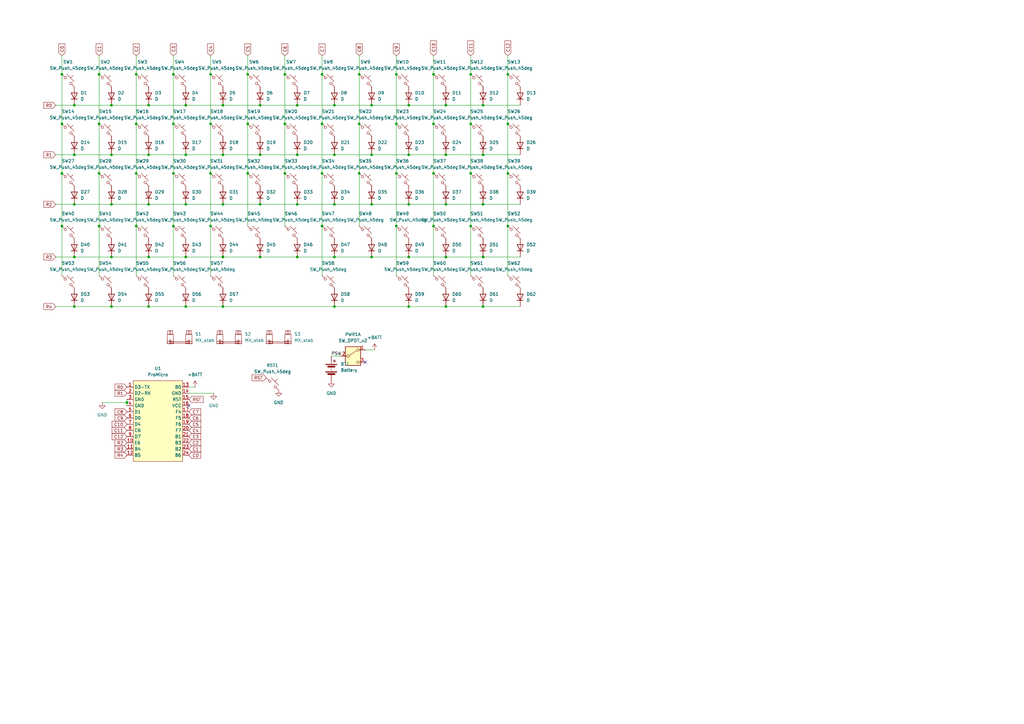
<source format=kicad_sch>
(kicad_sch (version 20231120) (generator "eeschema") (generator_version "8.0")
  (paper "A3")
  (junction (at 121.92 63.5))
  (junction (at 25.4 92.71))
  (junction (at 167.64 83.82))
  (junction (at 193.04 71.12))
  (junction (at 101.6 71.12))
  (junction (at 152.4 43.18))
  (junction (at 86.36 30.48))
  (junction (at 167.64 125.73))
  (junction (at 45.72 83.82))
  (junction (at 76.2 125.73))
  (junction (at 60.96 63.5))
  (junction (at 208.28 71.12))
  (junction (at 137.16 63.5))
  (junction (at 193.04 92.71))
  (junction (at 182.88 83.82))
  (junction (at 147.32 71.12))
  (junction (at 40.64 30.48))
  (junction (at 76.2 105.41))
  (junction (at 132.08 50.8))
  (junction (at 106.68 63.5))
  (junction (at 116.84 30.48))
  (junction (at 198.12 63.5))
  (junction (at 177.8 30.48))
  (junction (at 137.16 125.73))
  (junction (at 177.8 71.12))
  (junction (at 30.48 43.18))
  (junction (at 25.4 30.48))
  (junction (at 55.88 92.71))
  (junction (at 208.28 30.48))
  (junction (at 40.64 71.12))
  (junction (at 60.96 43.18))
  (junction (at 137.16 83.82))
  (junction (at 208.28 92.71))
  (junction (at 86.36 50.8))
  (junction (at 162.56 30.48))
  (junction (at 86.36 71.12))
  (junction (at 182.88 105.41))
  (junction (at 162.56 92.71))
  (junction (at 40.64 50.8))
  (junction (at 198.12 125.73))
  (junction (at 86.36 92.71))
  (junction (at 152.4 63.5))
  (junction (at 121.92 105.41))
  (junction (at 30.48 105.41))
  (junction (at 60.96 83.82))
  (junction (at 132.08 30.48))
  (junction (at 45.72 105.41))
  (junction (at 45.72 43.18))
  (junction (at 106.68 105.41))
  (junction (at 76.2 43.18))
  (junction (at 208.28 50.8))
  (junction (at 71.12 71.12))
  (junction (at 52.07 165.1))
  (junction (at 152.4 83.82))
  (junction (at 121.92 43.18))
  (junction (at 132.08 71.12))
  (junction (at 76.2 83.82))
  (junction (at 198.12 83.82))
  (junction (at 182.88 125.73))
  (junction (at 167.64 105.41))
  (junction (at 101.6 50.8))
  (junction (at 167.64 43.18))
  (junction (at 40.64 92.71))
  (junction (at 167.64 63.5))
  (junction (at 132.08 92.71))
  (junction (at 45.72 125.73))
  (junction (at 182.88 63.5))
  (junction (at 45.72 63.5))
  (junction (at 116.84 50.8))
  (junction (at 177.8 92.71))
  (junction (at 152.4 105.41))
  (junction (at 147.32 50.8))
  (junction (at 162.56 50.8))
  (junction (at 30.48 83.82))
  (junction (at 198.12 105.41))
  (junction (at 91.44 105.41))
  (junction (at 91.44 43.18))
  (junction (at 55.88 71.12))
  (junction (at 71.12 92.71))
  (junction (at 182.88 43.18))
  (junction (at 137.16 43.18))
  (junction (at 25.4 50.8))
  (junction (at 106.68 83.82))
  (junction (at 193.04 50.8))
  (junction (at 25.4 71.12))
  (junction (at 198.12 43.18))
  (junction (at 121.92 83.82))
  (junction (at 137.16 105.41))
  (junction (at 91.44 63.5))
  (junction (at 177.8 50.8))
  (junction (at 71.12 30.48))
  (junction (at 106.68 43.18))
  (junction (at 71.12 50.8))
  (junction (at 193.04 30.48))
  (junction (at 60.96 105.41))
  (junction (at 91.44 125.73))
  (junction (at 55.88 50.8))
  (junction (at 60.96 125.73))
  (junction (at 30.48 125.73))
  (junction (at 55.88 30.48))
  (junction (at 91.44 83.82))
  (junction (at 147.32 30.48))
  (junction (at 30.48 63.5))
  (junction (at 101.6 30.48))
  (junction (at 162.56 71.12))
  (junction (at 76.2 63.5))
  (junction (at 116.84 71.12))
  (no_connect (at 149.86 148.59))
  (no_connect (at 77.47 166.37))
  (wire (pts (xy 86.36 92.71) (xy 86.36 113.03)))
  (wire (pts (xy 25.4 30.48) (xy 25.4 50.8)))
  (wire (pts (xy 208.28 71.12) (xy 208.28 92.71)))
  (wire (pts (xy 121.92 63.5) (xy 137.16 63.5)))
  (wire (pts (xy 22.86 105.41) (xy 30.48 105.41)))
  (wire (pts (xy 147.32 22.86) (xy 147.32 30.48)))
  (wire (pts (xy 152.4 105.41) (xy 167.64 105.41)))
  (wire (pts (xy 52.07 165.1) (xy 52.07 166.37)))
  (wire (pts (xy 45.72 83.82) (xy 60.96 83.82)))
  (wire (pts (xy 137.16 83.82) (xy 152.4 83.82)))
  (wire (pts (xy 137.16 63.5) (xy 152.4 63.5)))
  (wire (pts (xy 76.2 63.5) (xy 91.44 63.5)))
  (wire (pts (xy 182.88 43.18) (xy 198.12 43.18)))
  (wire (pts (xy 167.64 105.41) (xy 182.88 105.41)))
  (wire (pts (xy 121.92 43.18) (xy 137.16 43.18)))
  (wire (pts (xy 101.6 30.48) (xy 101.6 50.8)))
  (wire (pts (xy 177.8 22.86) (xy 177.8 30.48)))
  (wire (pts (xy 71.12 30.48) (xy 71.12 50.8)))
  (wire (pts (xy 198.12 63.5) (xy 213.36 63.5)))
  (wire (pts (xy 55.88 22.86) (xy 55.88 30.48)))
  (wire (pts (xy 162.56 92.71) (xy 162.56 113.03)))
  (wire (pts (xy 91.44 63.5) (xy 106.68 63.5)))
  (wire (pts (xy 40.64 92.71) (xy 40.64 113.03)))
  (wire (pts (xy 152.4 43.18) (xy 167.64 43.18)))
  (wire (pts (xy 162.56 71.12) (xy 162.56 92.71)))
  (wire (pts (xy 116.84 71.12) (xy 116.84 92.71)))
  (wire (pts (xy 167.64 125.73) (xy 182.88 125.73)))
  (wire (pts (xy 147.32 30.48) (xy 147.32 50.8)))
  (wire (pts (xy 132.08 92.71) (xy 132.08 113.03)))
  (wire (pts (xy 137.16 43.18) (xy 152.4 43.18)))
  (wire (pts (xy 198.12 125.73) (xy 213.36 125.73)))
  (wire (pts (xy 22.86 63.5) (xy 30.48 63.5)))
  (wire (pts (xy 86.36 50.8) (xy 86.36 71.12)))
  (wire (pts (xy 55.88 71.12) (xy 55.88 92.71)))
  (wire (pts (xy 198.12 83.82) (xy 213.36 83.82)))
  (wire (pts (xy 91.44 125.73) (xy 137.16 125.73)))
  (wire (pts (xy 86.36 22.86) (xy 86.36 30.48)))
  (wire (pts (xy 60.96 105.41) (xy 76.2 105.41)))
  (wire (pts (xy 91.44 83.82) (xy 106.68 83.82)))
  (wire (pts (xy 193.04 71.12) (xy 193.04 92.71)))
  (wire (pts (xy 121.92 83.82) (xy 137.16 83.82)))
  (wire (pts (xy 106.68 83.82) (xy 121.92 83.82)))
  (wire (pts (xy 132.08 22.86) (xy 132.08 30.48)))
  (wire (pts (xy 182.88 125.73) (xy 198.12 125.73)))
  (wire (pts (xy 40.64 71.12) (xy 40.64 92.71)))
  (wire (pts (xy 177.8 50.8) (xy 177.8 71.12)))
  (wire (pts (xy 101.6 50.8) (xy 101.6 71.12)))
  (wire (pts (xy 45.72 63.5) (xy 60.96 63.5)))
  (wire (pts (xy 152.4 63.5) (xy 167.64 63.5)))
  (wire (pts (xy 30.48 125.73) (xy 45.72 125.73)))
  (wire (pts (xy 25.4 71.12) (xy 25.4 92.71)))
  (wire (pts (xy 182.88 83.82) (xy 198.12 83.82)))
  (wire (pts (xy 45.72 125.73) (xy 60.96 125.73)))
  (wire (pts (xy 167.64 43.18) (xy 182.88 43.18)))
  (wire (pts (xy 162.56 22.86) (xy 162.56 30.48)))
  (wire (pts (xy 76.2 125.73) (xy 91.44 125.73)))
  (wire (pts (xy 22.86 83.82) (xy 30.48 83.82)))
  (wire (pts (xy 147.32 50.8) (xy 147.32 71.12)))
  (wire (pts (xy 132.08 50.8) (xy 132.08 71.12)))
  (wire (pts (xy 91.44 105.41) (xy 106.68 105.41)))
  (wire (pts (xy 132.08 30.48) (xy 132.08 50.8)))
  (wire (pts (xy 76.2 105.41) (xy 91.44 105.41)))
  (wire (pts (xy 137.16 105.41) (xy 152.4 105.41)))
  (wire (pts (xy 116.84 50.8) (xy 116.84 71.12)))
  (wire (pts (xy 177.8 71.12) (xy 177.8 92.71)))
  (wire (pts (xy 77.47 158.75) (xy 80.01 158.75)))
  (wire (pts (xy 40.64 22.86) (xy 40.64 30.48)))
  (wire (pts (xy 30.48 83.82) (xy 45.72 83.82)))
  (wire (pts (xy 116.84 22.86) (xy 116.84 30.48)))
  (wire (pts (xy 76.2 43.18) (xy 91.44 43.18)))
  (wire (pts (xy 137.16 125.73) (xy 167.64 125.73)))
  (wire (pts (xy 182.88 105.41) (xy 198.12 105.41)))
  (wire (pts (xy 55.88 92.71) (xy 55.88 113.03)))
  (wire (pts (xy 162.56 50.8) (xy 162.56 71.12)))
  (wire (pts (xy 177.8 92.71) (xy 177.8 113.03)))
  (wire (pts (xy 116.84 30.48) (xy 116.84 50.8)))
  (wire (pts (xy 208.28 22.86) (xy 208.28 30.48)))
  (wire (pts (xy 91.44 43.18) (xy 106.68 43.18)))
  (wire (pts (xy 52.07 163.83) (xy 52.07 165.1)))
  (wire (pts (xy 208.28 92.71) (xy 208.28 113.03)))
  (wire (pts (xy 208.28 30.48) (xy 208.28 50.8)))
  (wire (pts (xy 153.67 143.51) (xy 149.86 143.51)))
  (wire (pts (xy 77.47 161.29) (xy 87.63 161.29)))
  (wire (pts (xy 60.96 83.82) (xy 76.2 83.82)))
  (wire (pts (xy 40.64 50.8) (xy 40.64 71.12)))
  (wire (pts (xy 25.4 22.86) (xy 25.4 30.48)))
  (wire (pts (xy 177.8 30.48) (xy 177.8 50.8)))
  (wire (pts (xy 25.4 50.8) (xy 25.4 71.12)))
  (wire (pts (xy 71.12 92.71) (xy 71.12 113.03)))
  (wire (pts (xy 41.91 165.1) (xy 52.07 165.1)))
  (wire (pts (xy 106.68 63.5) (xy 121.92 63.5)))
  (wire (pts (xy 106.68 105.41) (xy 121.92 105.41)))
  (wire (pts (xy 86.36 30.48) (xy 86.36 50.8)))
  (wire (pts (xy 71.12 50.8) (xy 71.12 71.12)))
  (wire (pts (xy 167.64 83.82) (xy 182.88 83.82)))
  (wire (pts (xy 60.96 125.73) (xy 76.2 125.73)))
  (wire (pts (xy 193.04 30.48) (xy 193.04 50.8)))
  (wire (pts (xy 25.4 92.71) (xy 25.4 113.03)))
  (wire (pts (xy 182.88 63.5) (xy 198.12 63.5)))
  (wire (pts (xy 101.6 22.86) (xy 101.6 30.48)))
  (wire (pts (xy 45.72 43.18) (xy 60.96 43.18)))
  (wire (pts (xy 198.12 105.41) (xy 213.36 105.41)))
  (wire (pts (xy 162.56 30.48) (xy 162.56 50.8)))
  (wire (pts (xy 30.48 43.18) (xy 45.72 43.18)))
  (wire (pts (xy 55.88 50.8) (xy 55.88 71.12)))
  (wire (pts (xy 167.64 63.5) (xy 182.88 63.5)))
  (wire (pts (xy 147.32 71.12) (xy 147.32 92.71)))
  (wire (pts (xy 55.88 30.48) (xy 55.88 50.8)))
  (wire (pts (xy 208.28 50.8) (xy 208.28 71.12)))
  (wire (pts (xy 71.12 22.86) (xy 71.12 30.48)))
  (wire (pts (xy 106.68 43.18) (xy 121.92 43.18)))
  (wire (pts (xy 22.86 125.73) (xy 30.48 125.73)))
  (wire (pts (xy 86.36 71.12) (xy 86.36 92.71)))
  (wire (pts (xy 45.72 105.41) (xy 60.96 105.41)))
  (wire (pts (xy 132.08 71.12) (xy 132.08 92.71)))
  (wire (pts (xy 40.64 30.48) (xy 40.64 50.8)))
  (wire (pts (xy 60.96 63.5) (xy 76.2 63.5)))
  (wire (pts (xy 71.12 71.12) (xy 71.12 92.71)))
  (wire (pts (xy 30.48 105.41) (xy 45.72 105.41)))
  (wire (pts (xy 60.96 43.18) (xy 76.2 43.18)))
  (wire (pts (xy 193.04 92.71) (xy 193.04 113.03)))
  (wire (pts (xy 193.04 50.8) (xy 193.04 71.12)))
  (wire (pts (xy 101.6 71.12) (xy 101.6 92.71)))
  (wire (pts (xy 193.04 22.86) (xy 193.04 30.48)))
  (wire (pts (xy 135.89 146.05) (xy 139.7 146.05)))
  (wire (pts (xy 198.12 43.18) (xy 213.36 43.18)))
  (wire (pts (xy 121.92 105.41) (xy 137.16 105.41)))
  (wire (pts (xy 152.4 83.82) (xy 167.64 83.82)))
  (wire (pts (xy 30.48 63.5) (xy 45.72 63.5)))
  (wire (pts (xy 22.86 43.18) (xy 30.48 43.18)))
  (wire (pts (xy 76.2 83.82) (xy 91.44 83.82)))
  (label "PSW" (at 135.89 146.05 0))
  (global_label "R3" (shape input) (at 52.07 184.15 180) (property "Intersheetrefs" "${INTERSHEET_REFS}" (effects (hide yes))))
  (global_label "C8" (shape input) (at 52.07 168.91 180) (property "Intersheetrefs" "${INTERSHEET_REFS}" (effects (hide yes))))
  (global_label "R3" (shape input) (at 22.86 105.41 180) (property "Intersheetrefs" "${INTERSHEET_REFS}" (effects (hide yes))))
  (global_label "C12" (shape input) (at 52.07 179.07 180) (property "Intersheetrefs" "${INTERSHEET_REFS}" (effects (hide yes))))
  (global_label "R4" (shape input) (at 22.86 125.73 180) (property "Intersheetrefs" "${INTERSHEET_REFS}" (effects (hide yes))))
  (global_label "C5" (shape input) (at 77.47 173.99 0) (property "Intersheetrefs" "${INTERSHEET_REFS}" (effects (hide yes))))
  (global_label "R2" (shape input) (at 52.07 181.61 180) (property "Intersheetrefs" "${INTERSHEET_REFS}" (effects (hide yes))))
  (global_label "R0" (shape input) (at 22.86 43.18 180) (property "Intersheetrefs" "${INTERSHEET_REFS}" (effects (hide yes))))
  (global_label "C5" (shape input) (at 101.6 22.86 90) (property "Intersheetrefs" "${INTERSHEET_REFS}" (effects (hide yes))))
  (global_label "R1" (shape input) (at 22.86 63.5 180) (property "Intersheetrefs" "${INTERSHEET_REFS}" (effects (hide yes))))
  (global_label "C1" (shape input) (at 77.47 184.15 0) (property "Intersheetrefs" "${INTERSHEET_REFS}" (effects (hide yes))))
  (global_label "C12" (shape input) (at 208.28 22.86 90) (property "Intersheetrefs" "${INTERSHEET_REFS}" (effects (hide yes))))
  (global_label "C7" (shape input) (at 77.47 168.91 0) (property "Intersheetrefs" "${INTERSHEET_REFS}" (effects (hide yes))))
  (global_label "C1" (shape input) (at 40.64 22.86 90) (property "Intersheetrefs" "${INTERSHEET_REFS}" (effects (hide yes))))
  (global_label "C4" (shape input) (at 77.47 176.53 0) (property "Intersheetrefs" "${INTERSHEET_REFS}" (effects (hide yes))))
  (global_label "C8" (shape input) (at 147.32 22.86 90) (property "Intersheetrefs" "${INTERSHEET_REFS}" (effects (hide yes))))
  (global_label "R1" (shape input) (at 52.07 161.29 180) (property "Intersheetrefs" "${INTERSHEET_REFS}" (effects (hide yes))))
  (global_label "C0" (shape input) (at 25.4 22.86 90) (property "Intersheetrefs" "${INTERSHEET_REFS}" (effects (hide yes))))
  (global_label "C9" (shape input) (at 162.56 22.86 90) (property "Intersheetrefs" "${INTERSHEET_REFS}" (effects (hide yes))))
  (global_label "RST" (shape input) (at 77.47 163.83 0) (property "Intersheetrefs" "${INTERSHEET_REFS}" (effects (hide yes))))
  (global_label "C6" (shape input) (at 77.47 171.45 0) (property "Intersheetrefs" "${INTERSHEET_REFS}" (effects (hide yes))))
  (global_label "C9" (shape input) (at 52.07 171.45 180) (property "Intersheetrefs" "${INTERSHEET_REFS}" (effects (hide yes))))
  (global_label "R0" (shape input) (at 52.07 158.75 180) (property "Intersheetrefs" "${INTERSHEET_REFS}" (effects (hide yes))))
  (global_label "C2" (shape input) (at 77.47 181.61 0) (property "Intersheetrefs" "${INTERSHEET_REFS}" (effects (hide yes))))
  (global_label "RST" (shape input) (at 109.22 154.94 180) (property "Intersheetrefs" "${INTERSHEET_REFS}" (effects (hide yes))))
  (global_label "C0" (shape input) (at 77.47 186.69 0) (property "Intersheetrefs" "${INTERSHEET_REFS}" (effects (hide yes))))
  (global_label "C2" (shape input) (at 55.88 22.86 90) (property "Intersheetrefs" "${INTERSHEET_REFS}" (effects (hide yes))))
  (global_label "C10" (shape input) (at 52.07 173.99 180) (property "Intersheetrefs" "${INTERSHEET_REFS}" (effects (hide yes))))
  (global_label "R2" (shape input) (at 22.86 83.82 180) (property "Intersheetrefs" "${INTERSHEET_REFS}" (effects (hide yes))))
  (global_label "C6" (shape input) (at 116.84 22.86 90) (property "Intersheetrefs" "${INTERSHEET_REFS}" (effects (hide yes))))
  (global_label "C3" (shape input) (at 71.12 22.86 90) (property "Intersheetrefs" "${INTERSHEET_REFS}" (effects (hide yes))))
  (global_label "C7" (shape input) (at 132.08 22.86 90) (property "Intersheetrefs" "${INTERSHEET_REFS}" (effects (hide yes))))
  (global_label "C10" (shape input) (at 177.8 22.86 90) (property "Intersheetrefs" "${INTERSHEET_REFS}" (effects (hide yes))))
  (global_label "R4" (shape input) (at 52.07 186.69 180) (property "Intersheetrefs" "${INTERSHEET_REFS}" (effects (hide yes))))
  (global_label "C4" (shape input) (at 86.36 22.86 90) (property "Intersheetrefs" "${INTERSHEET_REFS}" (effects (hide yes))))
  (global_label "C3" (shape input) (at 77.47 179.07 0) (property "Intersheetrefs" "${INTERSHEET_REFS}" (effects (hide yes))))
  (global_label "C11" (shape input) (at 52.07 176.53 180) (property "Intersheetrefs" "${INTERSHEET_REFS}" (effects (hide yes))))
  (global_label "C11" (shape input) (at 193.04 22.86 90) (property "Intersheetrefs" "${INTERSHEET_REFS}" (effects (hide yes))))
  (symbol (lib_id "Switch:SW_Push_45deg") (at 134.62 53.34 0) (unit 1)
    (property "Reference" "SW21" (at 134.62 45.72 0))
    (property "Value" "SW_Push_45deg" (at 134.62 48.26 0))
    (property "Footprint" "GHN:MX 1U" (effects (hide yes)))
    (property "Description" "Push button switch, normally open, two pins, 45° tilted" (effects (hide yes)))
  )
  (symbol (lib_id "Switch:SW_Push_45deg") (at 104.14 73.66 0) (unit 1)
    (property "Reference" "SW32" (at 104.14 66.04 0))
    (property "Value" "SW_Push_45deg" (at 104.14 68.58 0))
    (property "Footprint" "GHN:MX 1U" (effects (hide yes)))
    (property "Description" "Push button switch, normally open, two pins, 45° tilted" (effects (hide yes)))
  )
  (symbol (lib_id "Switch:SW_Push_45deg") (at 180.34 95.25 0) (unit 1)
    (property "Reference" "SW50" (at 180.34 87.63 0))
    (property "Value" "SW_Push_45deg" (at 180.34 90.17 0))
    (property "Footprint" "GHN:MX 1U" (effects (hide yes)))
    (property "Description" "Push button switch, normally open, two pins, 45° tilted" (effects (hide yes)))
  )
  (symbol (lib_id "Switch:SW_Push_45deg") (at 88.9 73.66 0) (unit 1)
    (property "Reference" "SW31" (at 88.9 66.04 0))
    (property "Value" "SW_Push_45deg" (at 88.9 68.58 0))
    (property "Footprint" "GHN:MX 1U" (effects (hide yes)))
    (property "Description" "Push button switch, normally open, two pins, 45° tilted" (effects (hide yes)))
  )
  (symbol (lib_id "Device:D") (at 106.68 39.37 90) (unit 1)
    (property "Reference" "D6" (at 109.22 38.0999 90) (effects (justify right)))
    (property "Value" "D" (at 109.22 40.6399 90) (effects (justify right)))
    (property "Footprint" "GHN:Diode_SOD123_SMD" (effects (hide yes)))
    (property "Description" "Diode" (effects (hide yes)))
    (property "Sim.Device" "D" (effects (hide yes)))
    (property "Sim.Pins" "1=K 2=A" (effects (hide yes)))
  )
  (symbol (lib_id "power:GND") (at 114.3 160.02 0) (unit 1)
    (property "Reference" "#PWR03" (effects (hide yes)))
    (property "Value" "GND" (at 114.3 165.1 0))
    (property "Description" "Power symbol creates a global label with name \"GND\" , ground" (effects (hide yes)))
  )
  (symbol (lib_id "Device:D") (at 167.64 59.69 90) (unit 1)
    (property "Reference" "D23" (at 170.18 58.4199 90) (effects (justify right)))
    (property "Value" "D" (at 170.18 60.9599 90) (effects (justify right)))
    (property "Footprint" "GHN:Diode_SOD123_SMD" (effects (hide yes)))
    (property "Description" "Diode" (effects (hide yes)))
    (property "Sim.Device" "D" (effects (hide yes)))
    (property "Sim.Pins" "1=K 2=A" (effects (hide yes)))
  )
  (symbol (lib_id "Device:D") (at 76.2 101.6 90) (unit 1)
    (property "Reference" "D43" (at 78.74 100.3299 90) (effects (justify right)))
    (property "Value" "D" (at 78.74 102.8699 90) (effects (justify right)))
    (property "Footprint" "GHN:Diode_SOD123_SMD" (effects (hide yes)))
    (property "Description" "Diode" (effects (hide yes)))
    (property "Sim.Device" "D" (effects (hide yes)))
    (property "Sim.Pins" "1=K 2=A" (effects (hide yes)))
  )
  (symbol (lib_id "Switch:SW_Push_45deg") (at 111.76 157.48 0) (unit 1)
    (property "Reference" "RST1" (at 111.76 149.86 0))
    (property "Value" "SW_Push_45deg" (at 111.76 152.4 0))
    (property "Footprint" "ScottoKeebs_Components:Button_MJTP1250" (effects (hide yes)))
    (property "Description" "Push button switch, normally open, two pins, 45° tilted" (effects (hide yes)))
  )
  (symbol (lib_id "Device:D") (at 45.72 80.01 90) (unit 1)
    (property "Reference" "D28" (at 48.26 78.7399 90) (effects (justify right)))
    (property "Value" "D" (at 48.26 81.2799 90) (effects (justify right)))
    (property "Footprint" "GHN:Diode_SOD123_SMD" (effects (hide yes)))
    (property "Description" "Diode" (effects (hide yes)))
    (property "Sim.Device" "D" (effects (hide yes)))
    (property "Sim.Pins" "1=K 2=A" (effects (hide yes)))
  )
  (symbol (lib_id "Switch:SW_Push_45deg") (at 180.34 53.34 0) (unit 1)
    (property "Reference" "SW24" (at 180.34 45.72 0))
    (property "Value" "SW_Push_45deg" (at 180.34 48.26 0))
    (property "Footprint" "GHN:MX 1U" (effects (hide yes)))
    (property "Description" "Push button switch, normally open, two pins, 45° tilted" (effects (hide yes)))
  )
  (symbol (lib_id "Device:D") (at 30.48 101.6 90) (unit 1)
    (property "Reference" "D40" (at 33.02 100.3299 90) (effects (justify right)))
    (property "Value" "D" (at 33.02 102.8699 90) (effects (justify right)))
    (property "Footprint" "GHN:Diode_SOD123_SMD" (effects (hide yes)))
    (property "Description" "Diode" (effects (hide yes)))
    (property "Sim.Device" "D" (effects (hide yes)))
    (property "Sim.Pins" "1=K 2=A" (effects (hide yes)))
  )
  (symbol (lib_id "power:GND") (at 41.91 165.1 0) (unit 1)
    (property "Reference" "#PWR01" (effects (hide yes)))
    (property "Value" "GND" (at 41.91 170.18 0))
    (property "Description" "Power symbol creates a global label with name \"GND\" , ground" (effects (hide yes)))
  )
  (symbol (lib_id "Switch:SW_Push_45deg") (at 195.58 95.25 0) (unit 1)
    (property "Reference" "SW51" (at 195.58 87.63 0))
    (property "Value" "SW_Push_45deg" (at 195.58 90.17 0))
    (property "Footprint" "GHN:MX 1U" (effects (hide yes)))
    (property "Description" "Push button switch, normally open, two pins, 45° tilted" (effects (hide yes)))
  )
  (symbol (lib_id "Device:D") (at 213.36 121.92 90) (unit 1)
    (property "Reference" "D62" (at 215.9 120.6499 90) (effects (justify right)))
    (property "Value" "D" (at 215.9 123.1899 90) (effects (justify right)))
    (property "Footprint" "GHN:Diode_SOD123_SMD" (effects (hide yes)))
    (property "Description" "Diode" (effects (hide yes)))
    (property "Sim.Device" "D" (effects (hide yes)))
    (property "Sim.Pins" "1=K 2=A" (effects (hide yes)))
  )
  (symbol (lib_id "Device:D") (at 182.88 101.6 90) (unit 1)
    (property "Reference" "D50" (at 185.42 100.3299 90) (effects (justify right)))
    (property "Value" "D" (at 185.42 102.8699 90) (effects (justify right)))
    (property "Footprint" "GHN:Diode_SOD123_SMD" (effects (hide yes)))
    (property "Description" "Diode" (effects (hide yes)))
    (property "Sim.Device" "D" (effects (hide yes)))
    (property "Sim.Pins" "1=K 2=A" (effects (hide yes)))
  )
  (symbol (lib_id "Switch:SW_Push_45deg") (at 180.34 73.66 0) (unit 1)
    (property "Reference" "SW37" (at 180.34 66.04 0))
    (property "Value" "SW_Push_45deg" (at 180.34 68.58 0))
    (property "Footprint" "GHN:MX 1U" (effects (hide yes)))
    (property "Description" "Push button switch, normally open, two pins, 45° tilted" (effects (hide yes)))
  )
  (symbol (lib_id "Device:D") (at 167.64 80.01 90) (unit 1)
    (property "Reference" "D36" (at 170.18 78.7399 90) (effects (justify right)))
    (property "Value" "D" (at 170.18 81.2799 90) (effects (justify right)))
    (property "Footprint" "GHN:Diode_SOD123_SMD" (effects (hide yes)))
    (property "Description" "Diode" (effects (hide yes)))
    (property "Sim.Device" "D" (effects (hide yes)))
    (property "Sim.Pins" "1=K 2=A" (effects (hide yes)))
  )
  (symbol (lib_id "Device:D") (at 152.4 39.37 90) (unit 1)
    (property "Reference" "D9" (at 154.94 38.0999 90) (effects (justify right)))
    (property "Value" "D" (at 154.94 40.6399 90) (effects (justify right)))
    (property "Footprint" "GHN:Diode_SOD123_SMD" (effects (hide yes)))
    (property "Description" "Diode" (effects (hide yes)))
    (property "Sim.Device" "D" (effects (hide yes)))
    (property "Sim.Pins" "1=K 2=A" (effects (hide yes)))
  )
  (symbol (lib_id "power:GND") (at 135.89 156.21 0) (unit 1)
    (property "Reference" "#PWR05" (effects (hide yes)))
    (property "Value" "GND" (at 135.89 161.29 0))
    (property "Description" "Power symbol creates a global label with name \"GND\" , ground" (effects (hide yes)))
  )
  (symbol (lib_id "Switch:SW_Push_45deg") (at 119.38 53.34 0) (unit 1)
    (property "Reference" "SW20" (at 119.38 45.72 0))
    (property "Value" "SW_Push_45deg" (at 119.38 48.26 0))
    (property "Footprint" "GHN:MX 1U" (effects (hide yes)))
    (property "Description" "Push button switch, normally open, two pins, 45° tilted" (effects (hide yes)))
  )
  (symbol (lib_id "Device:D") (at 45.72 121.92 90) (unit 1)
    (property "Reference" "D54" (at 48.26 120.6499 90) (effects (justify right)))
    (property "Value" "D" (at 48.26 123.1899 90) (effects (justify right)))
    (property "Footprint" "GHN:Diode_SOD123_SMD" (effects (hide yes)))
    (property "Description" "Diode" (effects (hide yes)))
    (property "Sim.Device" "D" (effects (hide yes)))
    (property "Sim.Pins" "1=K 2=A" (effects (hide yes)))
  )
  (symbol (lib_id "Device:D") (at 152.4 101.6 90) (unit 1)
    (property "Reference" "D48" (at 154.94 100.3299 90) (effects (justify right)))
    (property "Value" "D" (at 154.94 102.8699 90) (effects (justify right)))
    (property "Footprint" "GHN:Diode_SOD123_SMD" (effects (hide yes)))
    (property "Description" "Diode" (effects (hide yes)))
    (property "Sim.Device" "D" (effects (hide yes)))
    (property "Sim.Pins" "1=K 2=A" (effects (hide yes)))
  )
  (symbol (lib_id "Device:D") (at 106.68 101.6 90) (unit 1)
    (property "Reference" "D45" (at 109.22 100.3299 90) (effects (justify right)))
    (property "Value" "D" (at 109.22 102.8699 90) (effects (justify right)))
    (property "Footprint" "GHN:Diode_SOD123_SMD" (effects (hide yes)))
    (property "Description" "Diode" (effects (hide yes)))
    (property "Sim.Device" "D" (effects (hide yes)))
    (property "Sim.Pins" "1=K 2=A" (effects (hide yes)))
  )
  (symbol (lib_id "Device:D") (at 91.44 101.6 90) (unit 1)
    (property "Reference" "D44" (at 93.98 100.3299 90) (effects (justify right)))
    (property "Value" "D" (at 93.98 102.8699 90) (effects (justify right)))
    (property "Footprint" "GHN:Diode_SOD123_SMD" (effects (hide yes)))
    (property "Description" "Diode" (effects (hide yes)))
    (property "Sim.Device" "D" (effects (hide yes)))
    (property "Sim.Pins" "1=K 2=A" (effects (hide yes)))
  )
  (symbol (lib_id "Switch:SW_Push_45deg") (at 165.1 95.25 0) (unit 1)
    (property "Reference" "SW49" (at 165.1 87.63 0))
    (property "Value" "SW_Push_45deg" (at 167.386 90.17 0))
    (property "Footprint" "GHN:MX 1U" (effects (hide yes)))
    (property "Description" "Push button switch, normally open, two pins, 45° tilted" (effects (hide yes)))
  )
  (symbol (lib_id "Switch:SW_Push_45deg") (at 195.58 33.02 0) (unit 1)
    (property "Reference" "SW12" (at 195.58 25.4 0))
    (property "Value" "SW_Push_45deg" (at 195.58 27.94 0))
    (property "Footprint" "GHN:MX 1U" (effects (hide yes)))
    (property "Description" "Push button switch, normally open, two pins, 45° tilted" (effects (hide yes)))
  )
  (symbol (lib_id "Switch:SW_Push_45deg") (at 119.38 33.02 0) (unit 1)
    (property "Reference" "SW7" (at 119.38 25.4 0))
    (property "Value" "SW_Push_45deg" (at 119.38 27.94 0))
    (property "Footprint" "GHN:MX 1U" (effects (hide yes)))
    (property "Description" "Push button switch, normally open, two pins, 45° tilted" (effects (hide yes)))
  )
  (symbol (lib_id "Device:D") (at 30.48 121.92 90) (unit 1)
    (property "Reference" "D53" (at 33.02 120.6499 90) (effects (justify right)))
    (property "Value" "D" (at 33.02 123.1899 90) (effects (justify right)))
    (property "Footprint" "GHN:Diode_SOD123_SMD" (effects (hide yes)))
    (property "Description" "Diode" (effects (hide yes)))
    (property "Sim.Device" "D" (effects (hide yes)))
    (property "Sim.Pins" "1=K 2=A" (effects (hide yes)))
  )
  (symbol (lib_id "Device:D") (at 60.96 39.37 90) (unit 1)
    (property "Reference" "D3" (at 63.5 38.0999 90) (effects (justify right)))
    (property "Value" "D" (at 63.5 40.6399 90) (effects (justify right)))
    (property "Footprint" "GHN:Diode_SOD123_SMD" (effects (hide yes)))
    (property "Description" "Diode" (effects (hide yes)))
    (property "Sim.Device" "D" (effects (hide yes)))
    (property "Sim.Pins" "1=K 2=A" (effects (hide yes)))
  )
  (symbol (lib_id "Device:D") (at 198.12 101.6 90) (unit 1)
    (property "Reference" "D51" (at 200.66 100.3299 90) (effects (justify right)))
    (property "Value" "D" (at 200.66 102.8699 90) (effects (justify right)))
    (property "Footprint" "GHN:Diode_SOD123_SMD" (effects (hide yes)))
    (property "Description" "Diode" (effects (hide yes)))
    (property "Sim.Device" "D" (effects (hide yes)))
    (property "Sim.Pins" "1=K 2=A" (effects (hide yes)))
  )
  (symbol (lib_id "Switch:SW_Push_45deg") (at 73.66 33.02 0) (unit 1)
    (property "Reference" "SW4" (at 73.66 25.4 0))
    (property "Value" "SW_Push_45deg" (at 73.66 27.94 0))
    (property "Footprint" "GHN:MX 1U" (effects (hide yes)))
    (property "Description" "Push button switch, normally open, two pins, 45° tilted" (effects (hide yes)))
  )
  (symbol (lib_id "Device:D") (at 137.16 39.37 90) (unit 1)
    (property "Reference" "D8" (at 139.7 38.0999 90) (effects (justify right)))
    (property "Value" "D" (at 139.7 40.6399 90) (effects (justify right)))
    (property "Footprint" "GHN:Diode_SOD123_SMD" (effects (hide yes)))
    (property "Description" "Diode" (effects (hide yes)))
    (property "Sim.Device" "D" (effects (hide yes)))
    (property "Sim.Pins" "1=K 2=A" (effects (hide yes)))
  )
  (symbol (lib_id "Switch:SW_DPDT_x2") (at 144.78 146.05 0) (unit 1)
    (property "Reference" "PWR1" (at 144.78 137.16 0))
    (property "Value" "SW_DPDT_x2" (at 144.78 139.7 0))
    (property "Footprint" "ScottoKeebs_Components:Switch_MSK12C02" (effects (hide yes)))
    (property "Description" "Switch, dual pole double throw, separate symbols" (effects (hide yes)))
  )
  (symbol (lib_id "Device:D") (at 45.72 59.69 90) (unit 1)
    (property "Reference" "D15" (at 48.26 58.4199 90) (effects (justify right)))
    (property "Value" "D" (at 48.26 60.9599 90) (effects (justify right)))
    (property "Footprint" "GHN:Diode_SOD123_SMD" (effects (hide yes)))
    (property "Description" "Diode" (effects (hide yes)))
    (property "Sim.Device" "D" (effects (hide yes)))
    (property "Sim.Pins" "1=K 2=A" (effects (hide yes)))
  )
  (symbol (lib_id "power:+BATT") (at 80.01 158.75 0) (unit 1)
    (property "Reference" "#PWR06" (effects (hide yes)))
    (property "Value" "+BATT" (at 80.01 153.67 0))
    (property "Description" "Power symbol creates a global label with name \"+BATT\"" (effects (hide yes)))
  )
  (symbol (lib_id "Device:D") (at 121.92 39.37 90) (unit 1)
    (property "Reference" "D7" (at 124.46 38.0999 90) (effects (justify right)))
    (property "Value" "D" (at 124.46 40.6399 90) (effects (justify right)))
    (property "Footprint" "GHN:Diode_SOD123_SMD" (effects (hide yes)))
    (property "Description" "Diode" (effects (hide yes)))
    (property "Sim.Device" "D" (effects (hide yes)))
    (property "Sim.Pins" "1=K 2=A" (effects (hide yes)))
  )
  (symbol (lib_id "Device:D") (at 137.16 59.69 90) (unit 1)
    (property "Reference" "D21" (at 139.7 58.4199 90) (effects (justify right)))
    (property "Value" "D" (at 139.7 60.9599 90) (effects (justify right)))
    (property "Footprint" "GHN:Diode_SOD123_SMD" (effects (hide yes)))
    (property "Description" "Diode" (effects (hide yes)))
    (property "Sim.Device" "D" (effects (hide yes)))
    (property "Sim.Pins" "1=K 2=A" (effects (hide yes)))
  )
  (symbol (lib_id "Device:D") (at 182.88 80.01 90) (unit 1)
    (property "Reference" "D37" (at 185.42 78.7399 90) (effects (justify right)))
    (property "Value" "D" (at 185.42 81.2799 90) (effects (justify right)))
    (property "Footprint" "GHN:Diode_SOD123_SMD" (effects (hide yes)))
    (property "Description" "Diode" (effects (hide yes)))
    (property "Sim.Device" "D" (effects (hide yes)))
    (property "Sim.Pins" "1=K 2=A" (effects (hide yes)))
  )
  (symbol (lib_id "Device:D") (at 198.12 39.37 90) (unit 1)
    (property "Reference" "D12" (at 200.66 38.0999 90) (effects (justify right)))
    (property "Value" "D" (at 200.66 40.6399 90) (effects (justify right)))
    (property "Footprint" "GHN:Diode_SOD123_SMD" (effects (hide yes)))
    (property "Description" "Diode" (effects (hide yes)))
    (property "Sim.Device" "D" (effects (hide yes)))
    (property "Sim.Pins" "1=K 2=A" (effects (hide yes)))
  )
  (symbol (lib_id "Device:D") (at 198.12 121.92 90) (unit 1)
    (property "Reference" "D61" (at 200.66 120.6499 90) (effects (justify right)))
    (property "Value" "D" (at 200.66 123.1899 90) (effects (justify right)))
    (property "Footprint" "GHN:Diode_SOD123_SMD" (effects (hide yes)))
    (property "Description" "Diode" (effects (hide yes)))
    (property "Sim.Device" "D" (effects (hide yes)))
    (property "Sim.Pins" "1=K 2=A" (effects (hide yes)))
  )
  (symbol (lib_id "Switch:SW_Push_45deg") (at 104.14 33.02 0) (unit 1)
    (property "Reference" "SW6" (at 104.14 25.4 0))
    (property "Value" "SW_Push_45deg" (at 104.14 27.94 0))
    (property "Footprint" "GHN:MX 1U" (effects (hide yes)))
    (property "Description" "Push button switch, normally open, two pins, 45° tilted" (effects (hide yes)))
  )
  (symbol (lib_id "Switch:SW_Push_45deg") (at 27.94 33.02 0) (unit 1)
    (property "Reference" "SW1" (at 27.94 25.4 0))
    (property "Value" "SW_Push_45deg" (at 27.94 27.94 0))
    (property "Footprint" "GHN:MX 1U" (effects (hide yes)))
    (property "Description" "Push button switch, normally open, two pins, 45° tilted" (effects (hide yes)))
  )
  (symbol (lib_id "Device:D") (at 76.2 80.01 90) (unit 1)
    (property "Reference" "D30" (at 78.74 78.7399 90) (effects (justify right)))
    (property "Value" "D" (at 78.74 81.2799 90) (effects (justify right)))
    (property "Footprint" "GHN:Diode_SOD123_SMD" (effects (hide yes)))
    (property "Description" "Diode" (effects (hide yes)))
    (property "Sim.Device" "D" (effects (hide yes)))
    (property "Sim.Pins" "1=K 2=A" (effects (hide yes)))
  )
  (symbol (lib_id "Device:D") (at 76.2 59.69 90) (unit 1)
    (property "Reference" "D17" (at 78.74 58.4199 90) (effects (justify right)))
    (property "Value" "D" (at 78.74 60.9599 90) (effects (justify right)))
    (property "Footprint" "GHN:Diode_SOD123_SMD" (effects (hide yes)))
    (property "Description" "Diode" (effects (hide yes)))
    (property "Sim.Device" "D" (effects (hide yes)))
    (property "Sim.Pins" "1=K 2=A" (effects (hide yes)))
  )
  (symbol (lib_id "Device:D") (at 91.44 59.69 90) (unit 1)
    (property "Reference" "D18" (at 93.98 58.4199 90) (effects (justify right)))
    (property "Value" "D" (at 93.98 60.9599 90) (effects (justify right)))
    (property "Footprint" "GHN:Diode_SOD123_SMD" (effects (hide yes)))
    (property "Description" "Diode" (effects (hide yes)))
    (property "Sim.Device" "D" (effects (hide yes)))
    (property "Sim.Pins" "1=K 2=A" (effects (hide yes)))
  )
  (symbol (lib_id "Device:D") (at 121.92 59.69 90) (unit 1)
    (property "Reference" "D20" (at 124.46 58.4199 90) (effects (justify right)))
    (property "Value" "D" (at 124.46 60.9599 90) (effects (justify right)))
    (property "Footprint" "GHN:Diode_SOD123_SMD" (effects (hide yes)))
    (property "Description" "Diode" (effects (hide yes)))
    (property "Sim.Device" "D" (effects (hide yes)))
    (property "Sim.Pins" "1=K 2=A" (effects (hide yes)))
  )
  (symbol (lib_id "Switch:SW_Push_45deg") (at 73.66 115.57 0) (unit 1)
    (property "Reference" "SW56" (at 73.66 107.95 0))
    (property "Value" "SW_Push_45deg" (at 73.66 110.49 0))
    (property "Footprint" "GHN:MX 1.25U" (effects (hide yes)))
    (property "Description" "Push button switch, normally open, two pins, 45° tilted" (effects (hide yes)))
  )
  (symbol (lib_id "Switch:SW_Push_45deg") (at 165.1 53.34 0) (unit 1)
    (property "Reference" "SW23" (at 165.1 45.72 0))
    (property "Value" "SW_Push_45deg" (at 165.1 48.26 0))
    (property "Footprint" "GHN:MX 1U" (effects (hide yes)))
    (property "Description" "Push button switch, normally open, two pins, 45° tilted" (effects (hide yes)))
  )
  (symbol (lib_id "Device:D") (at 137.16 101.6 90) (unit 1)
    (property "Reference" "D47" (at 139.7 100.3299 90) (effects (justify right)))
    (property "Value" "D" (at 139.7 102.8699 90) (effects (justify right)))
    (property "Footprint" "GHN:Diode_SOD123_SMD" (effects (hide yes)))
    (property "Description" "Diode" (effects (hide yes)))
    (property "Sim.Device" "D" (effects (hide yes)))
    (property "Sim.Pins" "1=K 2=A" (effects (hide yes)))
  )
  (symbol (lib_id "Device:D") (at 137.16 80.01 90) (unit 1)
    (property "Reference" "D34" (at 139.7 78.7399 90) (effects (justify right)))
    (property "Value" "D" (at 139.7 81.2799 90) (effects (justify right)))
    (property "Footprint" "GHN:Diode_SOD123_SMD" (effects (hide yes)))
    (property "Description" "Diode" (effects (hide yes)))
    (property "Sim.Device" "D" (effects (hide yes)))
    (property "Sim.Pins" "1=K 2=A" (effects (hide yes)))
  )
  (symbol (lib_id "Device:D") (at 121.92 80.01 90) (unit 1)
    (property "Reference" "D33" (at 124.46 78.7399 90) (effects (justify right)))
    (property "Value" "D" (at 124.46 81.2799 90) (effects (justify right)))
    (property "Footprint" "GHN:Diode_SOD123_SMD" (effects (hide yes)))
    (property "Description" "Diode" (effects (hide yes)))
    (property "Sim.Device" "D" (effects (hide yes)))
    (property "Sim.Pins" "1=K 2=A" (effects (hide yes)))
  )
  (symbol (lib_id "Switch:SW_Push_45deg") (at 149.86 33.02 0) (unit 1)
    (property "Reference" "SW9" (at 149.86 25.4 0))
    (property "Value" "SW_Push_45deg" (at 149.86 27.94 0))
    (property "Footprint" "GHN:MX 1U" (effects (hide yes)))
    (property "Description" "Push button switch, normally open, two pins, 45° tilted" (effects (hide yes)))
  )
  (symbol (lib_id "Switch:SW_Push_45deg") (at 149.86 53.34 0) (unit 1)
    (property "Reference" "SW22" (at 149.86 45.72 0))
    (property "Value" "SW_Push_45deg" (at 149.86 48.26 0))
    (property "Footprint" "GHN:MX 1U" (effects (hide yes)))
    (property "Description" "Push button switch, normally open, two pins, 45° tilted" (effects (hide yes)))
  )
  (symbol (lib_id "PCM_marbastlib-mx:MX_stab") (at 93.98 138.43 0) (unit 1)
    (property "Reference" "S2" (at 100.33 137.0329 0) (effects (justify left)))
    (property "Value" "MX_stab" (at 100.33 139.5729 0) (effects (justify left)))
    (property "Footprint" "PCM_marbastlib-mx:STAB_MX_2.25u" (effects (hide yes)))
    (property "Description" "Cherry MX-style stabilizer" (effects (hide yes)))
  )
  (symbol (lib_id "Device:Battery") (at 135.89 151.13 0) (unit 1)
    (property "Reference" "BT1" (at 139.7 149.2884 0) (effects (justify left)))
    (property "Value" "Battery" (at 139.7 151.8284 0) (effects (justify left)))
    (property "Footprint" "GHN:JST_PH" (effects (hide yes)))
    (property "Description" "Multiple-cell battery" (effects (hide yes)))
  )
  (symbol (lib_id "Device:D") (at 137.16 121.92 90) (unit 1)
    (property "Reference" "D58" (at 139.7 120.6499 90) (effects (justify right)))
    (property "Value" "D" (at 139.7 123.1899 90) (effects (justify right)))
    (property "Footprint" "GHN:Diode_SOD123_SMD" (effects (hide yes)))
    (property "Description" "Diode" (effects (hide yes)))
    (property "Sim.Device" "D" (effects (hide yes)))
    (property "Sim.Pins" "1=K 2=A" (effects (hide yes)))
  )
  (symbol (lib_id "Switch:SW_Push_45deg") (at 134.62 95.25 0) (unit 1)
    (property "Reference" "SW47" (at 134.62 87.63 0))
    (property "Value" "SW_Push_45deg" (at 134.62 90.17 0))
    (property "Footprint" "GHN:MX 1U" (effects (hide yes)))
    (property "Description" "Push button switch, normally open, two pins, 45° tilted" (effects (hide yes)))
  )
  (symbol (lib_id "Switch:SW_Push_45deg") (at 43.18 53.34 0) (unit 1)
    (property "Reference" "SW15" (at 43.18 45.72 0))
    (property "Value" "SW_Push_45deg" (at 43.18 48.26 0))
    (property "Footprint" "GHN:MX 1U" (effects (hide yes)))
    (property "Description" "Push button switch, normally open, two pins, 45° tilted" (effects (hide yes)))
  )
  (symbol (lib_id "Switch:SW_Push_45deg") (at 149.86 95.25 0) (unit 1)
    (property "Reference" "SW48" (at 149.86 87.63 0))
    (property "Value" "SW_Push_45deg" (at 149.86 90.17 0))
    (property "Footprint" "GHN:MX 1U" (effects (hide yes)))
    (property "Description" "Push button switch, normally open, two pins, 45° tilted" (effects (hide yes)))
  )
  (symbol (lib_id "Device:D") (at 213.36 39.37 90) (unit 1)
    (property "Reference" "D13" (at 215.9 38.0999 90) (effects (justify right)))
    (property "Value" "D" (at 215.9 40.6399 90) (effects (justify right)))
    (property "Footprint" "GHN:Diode_SOD123_SMD" (effects (hide yes)))
    (property "Description" "Diode" (effects (hide yes)))
    (property "Sim.Device" "D" (effects (hide yes)))
    (property "Sim.Pins" "1=K 2=A" (effects (hide yes)))
  )
  (symbol (lib_id "Switch:SW_Push_45deg") (at 27.94 73.66 0) (unit 1)
    (property "Reference" "SW27" (at 27.94 66.04 0))
    (property "Value" "SW_Push_45deg" (at 27.94 68.58 0))
    (property "Footprint" "GHN:MX 1U" (effects (hide yes)))
    (property "Description" "Push button switch, normally open, two pins, 45° tilted" (effects (hide yes)))
  )
  (symbol (lib_id "Switch:SW_Push_45deg") (at 27.94 115.57 0) (unit 1)
    (property "Reference" "SW53" (at 27.94 107.95 0))
    (property "Value" "SW_Push_45deg" (at 27.94 110.49 0))
    (property "Footprint" "GHN:MX 1U" (effects (hide yes)))
    (property "Description" "Push button switch, normally open, two pins, 45° tilted" (effects (hide yes)))
  )
  (symbol (lib_id "Switch:SW_Push_45deg") (at 210.82 73.66 0) (unit 1)
    (property "Reference" "SW39" (at 210.82 66.04 0))
    (property "Value" "SW_Push_45deg" (at 210.82 68.58 0))
    (property "Footprint" "GHN:MX 1U" (effects (hide yes)))
    (property "Description" "Push button switch, normally open, two pins, 45° tilted" (effects (hide yes)))
  )
  (symbol (lib_id "Device:D") (at 152.4 59.69 90) (unit 1)
    (property "Reference" "D22" (at 154.94 58.4199 90) (effects (justify right)))
    (property "Value" "D" (at 154.94 60.9599 90) (effects (justify right)))
    (property "Footprint" "GHN:Diode_SOD123_SMD" (effects (hide yes)))
    (property "Description" "Diode" (effects (hide yes)))
    (property "Sim.Device" "D" (effects (hide yes)))
    (property "Sim.Pins" "1=K 2=A" (effects (hide yes)))
  )
  (symbol (lib_id "Device:D") (at 121.92 101.6 90) (unit 1)
    (property "Reference" "D46" (at 124.46 100.3299 90) (effects (justify right)))
    (property "Value" "D" (at 124.46 102.8699 90) (effects (justify right)))
    (property "Footprint" "GHN:Diode_SOD123_SMD" (effects (hide yes)))
    (property "Description" "Diode" (effects (hide yes)))
    (property "Sim.Device" "D" (effects (hide yes)))
    (property "Sim.Pins" "1=K 2=A" (effects (hide yes)))
  )
  (symbol (lib_id "Device:D") (at 167.64 39.37 90) (unit 1)
    (property "Reference" "D10" (at 170.18 38.0999 90) (effects (justify right)))
    (property "Value" "D" (at 170.18 40.6399 90) (effects (justify right)))
    (property "Footprint" "GHN:Diode_SOD123_SMD" (effects (hide yes)))
    (property "Description" "Diode" (effects (hide yes)))
    (property "Sim.Device" "D" (effects (hide yes)))
    (property "Sim.Pins" "1=K 2=A" (effects (hide yes)))
  )
  (symbol (lib_id "Switch:SW_Push_45deg") (at 58.42 73.66 0) (unit 1)
    (property "Reference" "SW29" (at 58.42 66.04 0))
    (property "Value" "SW_Push_45deg" (at 58.42 68.58 0))
    (property "Footprint" "GHN:MX 1U" (effects (hide yes)))
    (property "Description" "Push button switch, normally open, two pins, 45° tilted" (effects (hide yes)))
  )
  (symbol (lib_id "Device:D") (at 106.68 59.69 90) (unit 1)
    (property "Reference" "D19" (at 109.22 58.4199 90) (effects (justify right)))
    (property "Value" "D" (at 109.22 60.9599 90) (effects (justify right)))
    (property "Footprint" "GHN:Diode_SOD123_SMD" (effects (hide yes)))
    (property "Description" "Diode" (effects (hide yes)))
    (property "Sim.Device" "D" (effects (hide yes)))
    (property "Sim.Pins" "1=K 2=A" (effects (hide yes)))
  )
  (symbol (lib_id "Switch:SW_Push_45deg") (at 43.18 33.02 0) (unit 1)
    (property "Reference" "SW2" (at 43.18 25.4 0))
    (property "Value" "SW_Push_45deg" (at 43.18 27.94 0))
    (property "Footprint" "GHN:MX 1U" (effects (hide yes)))
    (property "Description" "Push button switch, normally open, two pins, 45° tilted" (effects (hide yes)))
  )
  (symbol (lib_id "Switch:SW_Push_45deg") (at 134.62 33.02 0) (unit 1)
    (property "Reference" "SW8" (at 134.62 25.4 0))
    (property "Value" "SW_Push_45deg" (at 134.62 27.94 0))
    (property "Footprint" "GHN:MX 1U" (effects (hide yes)))
    (property "Description" "Push button switch, normally open, two pins, 45° tilted" (effects (hide yes)))
  )
  (symbol (lib_id "Device:D") (at 60.96 121.92 90) (unit 1)
    (property "Reference" "D55" (at 63.5 120.6499 90) (effects (justify right)))
    (property "Value" "D" (at 63.5 123.1899 90) (effects (justify right)))
    (property "Footprint" "GHN:Diode_SOD123_SMD" (effects (hide yes)))
    (property "Description" "Diode" (effects (hide yes)))
    (property "Sim.Device" "D" (effects (hide yes)))
    (property "Sim.Pins" "1=K 2=A" (effects (hide yes)))
  )
  (symbol (lib_id "Switch:SW_Push_45deg") (at 43.18 95.25 0) (unit 1)
    (property "Reference" "SW41" (at 43.18 87.63 0))
    (property "Value" "SW_Push_45deg" (at 43.18 90.17 0))
    (property "Footprint" "GHN:MX 2.25U" (effects (hide yes)))
    (property "Description" "Push button switch, normally open, two pins, 45° tilted" (effects (hide yes)))
  )
  (symbol (lib_id "Switch:SW_Push_45deg") (at 195.58 73.66 0) (unit 1)
    (property "Reference" "SW38" (at 195.58 66.04 0))
    (property "Value" "SW_Push_45deg" (at 195.58 68.58 0))
    (property "Footprint" "GHN:MX 1.75U" (effects (hide yes)))
    (property "Description" "Push button switch, normally open, two pins, 45° tilted" (effects (hide yes)))
  )
  (symbol (lib_id "Device:D") (at 45.72 39.37 90) (unit 1)
    (property "Reference" "D2" (at 48.26 38.0999 90) (effects (justify right)))
    (property "Value" "D" (at 48.26 40.6399 90) (effects (justify right)))
    (property "Footprint" "GHN:Diode_SOD123_SMD" (effects (hide yes)))
    (property "Description" "Diode" (effects (hide yes)))
    (property "Sim.Device" "D" (effects (hide yes)))
    (property "Sim.Pins" "1=K 2=A" (effects (hide yes)))
  )
  (symbol (lib_id "Switch:SW_Push_45deg") (at 195.58 115.57 0) (unit 1)
    (property "Reference" "SW61" (at 195.58 107.95 0))
    (property "Value" "SW_Push_45deg" (at 195.58 110.49 0))
    (property "Footprint" "GHN:MX 1U" (effects (hide yes)))
    (property "Description" "Push button switch, normally open, two pins, 45° tilted" (effects (hide yes)))
  )
  (symbol (lib_id "Switch:SW_Push_45deg") (at 180.34 33.02 0) (unit 1)
    (property "Reference" "SW11" (at 180.34 25.4 0))
    (property "Value" "SW_Push_45deg" (at 180.34 27.94 0))
    (property "Footprint" "GHN:MX 1U" (effects (hide yes)))
    (property "Description" "Push button switch, normally open, two pins, 45° tilted" (effects (hide yes)))
  )
  (symbol (lib_id "Device:D") (at 198.12 59.69 90) (unit 1)
    (property "Reference" "D25" (at 200.66 58.4199 90) (effects (justify right)))
    (property "Value" "D" (at 200.66 60.9599 90) (effects (justify right)))
    (property "Footprint" "GHN:Diode_SOD123_SMD" (effects (hide yes)))
    (property "Description" "Diode" (effects (hide yes)))
    (property "Sim.Device" "D" (effects (hide yes)))
    (property "Sim.Pins" "1=K 2=A" (effects (hide yes)))
  )
  (symbol (lib_id "Device:D") (at 91.44 80.01 90) (unit 1)
    (property "Reference" "D31" (at 93.98 78.7399 90) (effects (justify right)))
    (property "Value" "D" (at 93.98 81.2799 90) (effects (justify right)))
    (property "Footprint" "GHN:Diode_SOD123_SMD" (effects (hide yes)))
    (property "Description" "Diode" (effects (hide yes)))
    (property "Sim.Device" "D" (effects (hide yes)))
    (property "Sim.Pins" "1=K 2=A" (effects (hide yes)))
  )
  (symbol (lib_id "Device:D") (at 30.48 59.69 90) (unit 1)
    (property "Reference" "D14" (at 33.02 58.4199 90) (effects (justify right)))
    (property "Value" "D" (at 33.02 60.9599 90) (effects (justify right)))
    (property "Footprint" "GHN:Diode_SOD123_SMD" (effects (hide yes)))
    (property "Description" "Diode" (effects (hide yes)))
    (property "Sim.Device" "D" (effects (hide yes)))
    (property "Sim.Pins" "1=K 2=A" (effects (hide yes)))
  )
  (symbol (lib_id "Device:D") (at 167.64 101.6 90) (unit 1)
    (property "Reference" "D49" (at 170.18 100.3299 90) (effects (justify right)))
    (property "Value" "D" (at 170.18 102.8699 90) (effects (justify right)))
    (property "Footprint" "GHN:Diode_SOD123_SMD" (effects (hide yes)))
    (property "Description" "Diode" (effects (hide yes)))
    (property "Sim.Device" "D" (effects (hide yes)))
    (property "Sim.Pins" "1=K 2=A" (effects (hide yes)))
  )
  (symbol (lib_id "PCM_marbastlib-mx:MX_stab") (at 73.66 138.43 0) (unit 1)
    (property "Reference" "S1" (at 80.01 137.0329 0) (effects (justify left)))
    (property "Value" "MX_stab" (at 80.01 139.5729 0) (effects (justify left)))
    (property "Footprint" "PCM_marbastlib-mx:STAB_MX_2.25u" (effects (hide yes)))
    (property "Description" "Cherry MX-style stabilizer" (effects (hide yes)))
  )
  (symbol (lib_id "Switch:SW_Push_45deg") (at 165.1 115.57 0) (unit 1)
    (property "Reference" "SW59" (at 165.1 107.95 0))
    (property "Value" "SW_Push_45deg" (at 165.1 110.49 0))
    (property "Footprint" "GHN:MX 1.25U" (effects (hide yes)))
    (property "Description" "Push button switch, normally open, two pins, 45° tilted" (effects (hide yes)))
  )
  (symbol (lib_id "Device:D") (at 76.2 39.37 90) (unit 1)
    (property "Reference" "D4" (at 78.74 38.0999 90) (effects (justify right)))
    (property "Value" "D" (at 78.74 40.6399 90) (effects (justify right)))
    (property "Footprint" "GHN:Diode_SOD123_SMD" (effects (hide yes)))
    (property "Description" "Diode" (effects (hide yes)))
    (property "Sim.Device" "D" (effects (hide yes)))
    (property "Sim.Pins" "1=K 2=A" (effects (hide yes)))
  )
  (symbol (lib_id "Switch:SW_Push_45deg") (at 119.38 73.66 0) (unit 1)
    (property "Reference" "SW33" (at 119.38 66.04 0))
    (property "Value" "SW_Push_45deg" (at 119.38 68.58 0))
    (property "Footprint" "GHN:MX 1U" (effects (hide yes)))
    (property "Description" "Push button switch, normally open, two pins, 45° tilted" (effects (hide yes)))
  )
  (symbol (lib_id "Switch:SW_Push_45deg") (at 149.86 73.66 0) (unit 1)
    (property "Reference" "SW35" (at 149.86 66.04 0))
    (property "Value" "SW_Push_45deg" (at 149.86 68.58 0))
    (property "Footprint" "GHN:MX 1U" (effects (hide yes)))
    (property "Description" "Push button switch, normally open, two pins, 45° tilted" (effects (hide yes)))
  )
  (symbol (lib_id "Switch:SW_Push_45deg") (at 134.62 115.57 0) (unit 1)
    (property "Reference" "SW58" (at 134.62 107.95 0))
    (property "Value" "SW_Push_45deg" (at 134.62 110.49 0))
    (property "Footprint" "GHN:MX 2.75U" (effects (hide yes)))
    (property "Description" "Push button switch, normally open, two pins, 45° tilted" (effects (hide yes)))
  )
  (symbol (lib_id "Switch:SW_Push_45deg") (at 58.42 53.34 0) (unit 1)
    (property "Reference" "SW16" (at 58.42 45.72 0))
    (property "Value" "SW_Push_45deg" (at 58.42 48.26 0))
    (property "Footprint" "GHN:MX 1U" (effects (hide yes)))
    (property "Description" "Push button switch, normally open, two pins, 45° tilted" (effects (hide yes)))
  )
  (symbol (lib_id "Switch:SW_Push_45deg") (at 27.94 95.25 0) (unit 1)
    (property "Reference" "SW40" (at 27.94 87.63 0))
    (property "Value" "SW_Push_45deg" (at 27.94 90.17 0))
    (property "Footprint" "GHN:MX 1U" (effects (hide yes)))
    (property "Description" "Push button switch, normally open, two pins, 45° tilted" (effects (hide yes)))
  )
  (symbol (lib_id "Switch:SW_Push_45deg") (at 58.42 33.02 0) (unit 1)
    (property "Reference" "SW3" (at 58.42 25.4 0))
    (property "Value" "SW_Push_45deg" (at 58.42 27.94 0))
    (property "Footprint" "GHN:MX 1U" (effects (hide yes)))
    (property "Description" "Push button switch, normally open, two pins, 45° tilted" (effects (hide yes)))
  )
  (symbol (lib_id "Switch:SW_Push_45deg") (at 165.1 73.66 0) (unit 1)
    (property "Reference" "SW36" (at 165.1 66.04 0))
    (property "Value" "SW_Push_45deg" (at 165.1 68.58 0))
    (property "Footprint" "GHN:MX 1U" (effects (hide yes)))
    (property "Description" "Push button switch, normally open, two pins, 45° tilted" (effects (hide yes)))
  )
  (symbol (lib_id "Switch:SW_Push_45deg") (at 27.94 53.34 0) (unit 1)
    (property "Reference" "SW14" (at 27.94 45.72 0))
    (property "Value" "SW_Push_45deg" (at 27.94 48.26 0))
    (property "Footprint" "GHN:MX 1.5U" (effects (hide yes)))
    (property "Description" "Push button switch, normally open, two pins, 45° tilted" (effects (hide yes)))
  )
  (symbol (lib_id "Device:D") (at 91.44 121.92 90) (unit 1)
    (property "Reference" "D57" (at 93.98 120.6499 90) (effects (justify right)))
    (property "Value" "D" (at 93.98 123.1899 90) (effects (justify right)))
    (property "Footprint" "GHN:Diode_SOD123_SMD" (effects (hide yes)))
    (property "Description" "Diode" (effects (hide yes)))
    (property "Sim.Device" "D" (effects (hide yes)))
    (property "Sim.Pins" "1=K 2=A" (effects (hide yes)))
  )
  (symbol (lib_id "Switch:SW_Push_45deg") (at 104.14 53.34 0) (unit 1)
    (property "Reference" "SW19" (at 104.14 45.72 0))
    (property "Value" "SW_Push_45deg" (at 104.14 48.26 0))
    (property "Footprint" "GHN:MX 1U" (effects (hide yes)))
    (property "Description" "Push button switch, normally open, two pins, 45° tilted" (effects (hide yes)))
  )
  (symbol (lib_id "Device:D") (at 106.68 80.01 90) (unit 1)
    (property "Reference" "D32" (at 109.22 78.7399 90) (effects (justify right)))
    (property "Value" "D" (at 109.22 81.2799 90) (effects (justify right)))
    (property "Footprint" "GHN:Diode_SOD123_SMD" (effects (hide yes)))
    (property "Description" "Diode" (effects (hide yes)))
    (property "Sim.Device" "D" (effects (hide yes)))
    (property "Sim.Pins" "1=K 2=A" (effects (hide yes)))
  )
  (symbol (lib_id "power:GND") (at 87.63 161.29 0) (unit 1)
    (property "Reference" "#PWR02" (effects (hide yes)))
    (property "Value" "GND" (at 87.63 166.37 0))
    (property "Description" "Power symbol creates a global label with name \"GND\" , ground" (effects (hide yes)))
  )
  (symbol (lib_id "Device:D") (at 30.48 80.01 90) (unit 1)
    (property "Reference" "D27" (at 33.02 78.7399 90) (effects (justify right)))
    (property "Value" "D" (at 33.02 81.2799 90) (effects (justify right)))
    (property "Footprint" "GHN:Diode_SOD123_SMD" (effects (hide yes)))
    (property "Description" "Diode" (effects (hide yes)))
    (property "Sim.Device" "D" (effects (hide yes)))
    (property "Sim.Pins" "1=K 2=A" (effects (hide yes)))
  )
  (symbol (lib_id "Device:D") (at 182.88 59.69 90) (unit 1)
    (property "Reference" "D24" (at 185.42 58.4199 90) (effects (justify right)))
    (property "Value" "D" (at 185.42 60.9599 90) (effects (justify right)))
    (property "Footprint" "GHN:Diode_SOD123_SMD" (effects (hide yes)))
    (property "Description" "Diode" (effects (hide yes)))
    (property "Sim.Device" "D" (effects (hide yes)))
    (property "Sim.Pins" "1=K 2=A" (effects (hide yes)))
  )
  (symbol (lib_id "Switch:SW_Push_45deg") (at 88.9 95.25 0) (unit 1)
    (property "Reference" "SW44" (at 88.9 87.63 0))
    (property "Value" "SW_Push_45deg" (at 88.9 90.17 0))
    (property "Footprint" "GHN:MX 1U" (effects (hide yes)))
    (property "Description" "Push button switch, normally open, two pins, 45° tilted" (effects (hide yes)))
  )
  (symbol (lib_id "Switch:SW_Push_45deg") (at 180.34 115.57 0) (unit 1)
    (property "Reference" "SW60" (at 180.34 107.95 0))
    (property "Value" "SW_Push_45deg" (at 180.34 110.49 0))
    (property "Footprint" "GHN:MX 1U" (effects (hide yes)))
    (property "Description" "Push button switch, normally open, two pins, 45° tilted" (effects (hide yes)))
  )
  (symbol (lib_id "Switch:SW_Push_45deg") (at 134.62 73.66 0) (unit 1)
    (property "Reference" "SW34" (at 134.62 66.04 0))
    (property "Value" "SW_Push_45deg" (at 134.62 68.58 0))
    (property "Footprint" "GHN:MX 1U" (effects (hide yes)))
    (property "Description" "Push button switch, normally open, two pins, 45° tilted" (effects (hide yes)))
  )
  (symbol (lib_id "Switch:SW_Push_45deg") (at 119.38 95.25 0) (unit 1)
    (property "Reference" "SW46" (at 119.38 87.63 0))
    (property "Value" "SW_Push_45deg" (at 119.38 90.17 0))
    (property "Footprint" "GHN:MX 1U" (effects (hide yes)))
    (property "Description" "Push button switch, normally open, two pins, 45° tilted" (effects (hide yes)))
  )
  (symbol (lib_id "Switch:SW_Push_45deg") (at 43.18 115.57 0) (unit 1)
    (property "Reference" "SW54" (at 43.18 107.95 0))
    (property "Value" "SW_Push_45deg" (at 43.18 110.49 0))
    (property "Footprint" "GHN:MX 1.5U" (effects (hide yes)))
    (property "Description" "Push button switch, normally open, two pins, 45° tilted" (effects (hide yes)))
  )
  (symbol (lib_id "Switch:SW_Push_45deg") (at 210.82 53.34 0) (unit 1)
    (property "Reference" "SW26" (at 210.82 45.72 0))
    (property "Value" "SW_Push_45deg" (at 210.82 48.26 0))
    (property "Footprint" "GHN:MX 1U" (effects (hide yes)))
    (property "Description" "Push button switch, normally open, two pins, 45° tilted" (effects (hide yes)))
  )
  (symbol (lib_id "Switch:SW_Push_45deg") (at 73.66 95.25 0) (unit 1)
    (property "Reference" "SW43" (at 73.66 87.63 0))
    (property "Value" "SW_Push_45deg" (at 73.66 90.17 0))
    (property "Footprint" "GHN:MX 1U" (effects (hide yes)))
    (property "Description" "Push button switch, normally open, two pins, 45° tilted" (effects (hide yes)))
  )
  (symbol (lib_id "Device:D") (at 213.36 101.6 90) (unit 1)
    (property "Reference" "D52" (at 215.9 100.3299 90) (effects (justify right)))
    (property "Value" "D" (at 215.9 102.8699 90) (effects (justify right)))
    (property "Footprint" "GHN:Diode_SOD123_SMD" (effects (hide yes)))
    (property "Description" "Diode" (effects (hide yes)))
    (property "Sim.Device" "D" (effects (hide yes)))
    (property "Sim.Pins" "1=K 2=A" (effects (hide yes)))
  )
  (symbol (lib_id "Switch:SW_Push_45deg") (at 58.42 115.57 0) (unit 1)
    (property "Reference" "SW55" (at 58.42 107.95 0))
    (property "Value" "SW_Push_45deg" (at 58.42 110.49 0))
    (property "Footprint" "GHN:MX 1U" (effects (hide yes)))
    (property "Description" "Push button switch, normally open, two pins, 45° tilted" (effects (hide yes)))
  )
  (symbol (lib_id "power:+BATT") (at 153.67 143.51 0) (unit 1)
    (property "Reference" "#PWR04" (effects (hide yes)))
    (property "Value" "+BATT" (at 153.67 138.43 0))
    (property "Description" "Power symbol creates a global label with name \"+BATT\"" (effects (hide yes)))
  )
  (symbol (lib_id "Switch:SW_Push_45deg") (at 165.1 33.02 0) (unit 1)
    (property "Reference" "SW10" (at 165.1 25.4 0))
    (property "Value" "SW_Push_45deg" (at 165.1 27.94 0))
    (property "Footprint" "GHN:MX 1U" (effects (hide yes)))
    (property "Description" "Push button switch, normally open, two pins, 45° tilted" (effects (hide yes)))
  )
  (symbol (lib_id "Device:D") (at 60.96 101.6 90) (unit 1)
    (property "Reference" "D42" (at 63.5 100.3299 90) (effects (justify right)))
    (property "Value" "D" (at 63.5 102.8699 90) (effects (justify right)))
    (property "Footprint" "GHN:Diode_SOD123_SMD" (effects (hide yes)))
    (property "Description" "Diode" (effects (hide yes)))
    (property "Sim.Device" "D" (effects (hide yes)))
    (property "Sim.Pins" "1=K 2=A" (effects (hide yes)))
  )
  (symbol (lib_id "Device:D") (at 182.88 39.37 90) (unit 1)
    (property "Reference" "D11" (at 185.42 38.0999 90) (effects (justify right)))
    (property "Value" "D" (at 185.42 40.6399 90) (effects (justify right)))
    (property "Footprint" "GHN:Diode_SOD123_SMD" (effects (hide yes)))
    (property "Description" "Diode" (effects (hide yes)))
    (property "Sim.Device" "D" (effects (hide yes)))
    (property "Sim.Pins" "1=K 2=A" (effects (hide yes)))
  )
  (symbol (lib_id "Device:D") (at 167.64 121.92 90) (unit 1)
    (property "Reference" "D59" (at 170.18 120.6499 90) (effects (justify right)))
    (property "Value" "D" (at 170.18 123.1899 90) (effects (justify right)))
    (property "Footprint" "GHN:Diode_SOD123_SMD" (effects (hide yes)))
    (property "Description" "Diode" (effects (hide yes)))
    (property "Sim.Device" "D" (effects (hide yes)))
    (property "Sim.Pins" "1=K 2=A" (effects (hide yes)))
  )
  (symbol (lib_id "Switch:SW_Push_45deg") (at 43.18 73.66 0) (unit 1)
    (property "Reference" "SW28" (at 43.18 66.04 0))
    (property "Value" "SW_Push_45deg" (at 43.18 68.58 0))
    (property "Footprint" "GHN:MX 1.75 STP 1.25" (effects (hide yes)))
    (property "Description" "Push button switch, normally open, two pins, 45° tilted" (effects (hide yes)))
  )
  (symbol (lib_id "Device:D") (at 60.96 80.01 90) (unit 1)
    (property "Reference" "D29" (at 63.5 78.7399 90) (effects (justify right)))
    (property "Value" "D" (at 63.5 81.2799 90) (effects (justify right)))
    (property "Footprint" "GHN:Diode_SOD123_SMD" (effects (hide yes)))
    (property "Description" "Diode" (effects (hide yes)))
    (property "Sim.Device" "D" (effects (hide yes)))
    (property "Sim.Pins" "1=K 2=A" (effects (hide yes)))
  )
  (symbol (lib_id "Device:D") (at 45.72 101.6 90) (unit 1)
    (property "Reference" "D41" (at 48.26 100.3299 90) (effects (justify right)))
    (property "Value" "D" (at 48.26 102.8699 90) (effects (justify right)))
    (property "Footprint" "GHN:Diode_SOD123_SMD" (effects (hide yes)))
    (property "Description" "Diode" (effects (hide yes)))
    (property "Sim.Device" "D" (effects (hide yes)))
    (property "Sim.Pins" "1=K 2=A" (effects (hide yes)))
  )
  (symbol (lib_id "PCM_marbastlib-promicroish:Arduino_ProMicro") (at 64.77 172.72 0) (unit 1) (in_bom no)
    (property "Reference" "U1" (at 64.77 151.13 0))
    (property "Value" "ProMicro" (at 64.77 153.67 0))
    (property "Footprint" "GHN:ProMicro Big Holes" (effects (hide yes)))
    (property "Description" "Symbol for an Arduino Pro Micro" (effects (hide yes)))
  )
  (symbol (lib_id "Switch:SW_Push_45deg") (at 88.9 33.02 0) (unit 1)
    (property "Reference" "SW5" (at 88.9 25.4 0))
    (property "Value" "SW_Push_45deg" (at 88.9 27.94 0))
    (property "Footprint" "GHN:MX 1U" (effects (hide yes)))
    (property "Description" "Push button switch, normally open, two pins, 45° tilted" (effects (hide yes)))
  )
  (symbol (lib_id "Switch:SW_Push_45deg") (at 210.82 95.25 0) (unit 1)
    (property "Reference" "SW52" (at 210.82 87.63 0))
    (property "Value" "SW_Push_45deg" (at 210.82 90.17 0))
    (property "Footprint" "GHN:MX 1U" (effects (hide yes)))
    (property "Description" "Push button switch, normally open, two pins, 45° tilted" (effects (hide yes)))
  )
  (symbol (lib_id "Device:D") (at 213.36 80.01 90) (unit 1)
    (property "Reference" "D39" (at 215.9 78.7399 90) (effects (justify right)))
    (property "Value" "D" (at 215.9 81.2799 90) (effects (justify right)))
    (property "Footprint" "GHN:Diode_SOD123_SMD" (effects (hide yes)))
    (property "Description" "Diode" (effects (hide yes)))
    (property "Sim.Device" "D" (effects (hide yes)))
    (property "Sim.Pins" "1=K 2=A" (effects (hide yes)))
  )
  (symbol (lib_id "Switch:SW_Push_45deg") (at 210.82 115.57 0) (unit 1)
    (property "Reference" "SW62" (at 210.82 107.95 0))
    (property "Value" "SW_Push_45deg" (at 210.82 110.49 0))
    (property "Footprint" "GHN:MX 1U" (effects (hide yes)))
    (property "Description" "Push button switch, normally open, two pins, 45° tilted" (effects (hide yes)))
  )
  (symbol (lib_id "Device:D") (at 213.36 59.69 90) (unit 1)
    (property "Reference" "D26" (at 215.9 58.4199 90) (effects (justify right)))
    (property "Value" "D" (at 215.9 60.9599 90) (effects (justify right)))
    (property "Footprint" "GHN:Diode_SOD123_SMD" (effects (hide yes)))
    (property "Description" "Diode" (effects (hide yes)))
    (property "Sim.Device" "D" (effects (hide yes)))
    (property "Sim.Pins" "1=K 2=A" (effects (hide yes)))
  )
  (symbol (lib_id "Device:D") (at 30.48 39.37 90) (unit 1)
    (property "Reference" "D1" (at 33.02 38.0999 90) (effects (justify right)))
    (property "Value" "D" (at 33.02 40.6399 90) (effects (justify right)))
    (property "Footprint" "GHN:Diode_SOD123_SMD" (effects (hide yes)))
    (property "Description" "Diode" (effects (hide yes)))
    (property "Sim.Device" "D" (effects (hide yes)))
    (property "Sim.Pins" "1=K 2=A" (effects (hide yes)))
  )
  (symbol (lib_id "Device:D") (at 60.96 59.69 90) (unit 1)
    (property "Reference" "D16" (at 63.5 58.4199 90) (effects (justify right)))
    (property "Value" "D" (at 63.5 60.9599 90) (effects (justify right)))
    (property "Footprint" "GHN:Diode_SOD123_SMD" (effects (hide yes)))
    (property "Description" "Diode" (effects (hide yes)))
    (property "Sim.Device" "D" (effects (hide yes)))
    (property "Sim.Pins" "1=K 2=A" (effects (hide yes)))
  )
  (symbol (lib_id "Switch:SW_Push_45deg") (at 195.58 53.34 0) (unit 1)
    (property "Reference" "SW25" (at 195.58 45.72 0))
    (property "Value" "SW_Push_45deg" (at 195.58 48.26 0))
    (property "Footprint" "GHN:MX 1U" (effects (hide yes)))
    (property "Description" "Push button switch, normally open, two pins, 45° tilted" (effects (hide yes)))
  )
  (symbol (lib_id "Device:D") (at 76.2 121.92 90) (unit 1)
    (property "Reference" "D56" (at 78.74 120.6499 90) (effects (justify right)))
    (property "Value" "D" (at 78.74 123.1899 90) (effects (justify right)))
    (property "Footprint" "GHN:Diode_SOD123_SMD" (effects (hide yes)))
    (property "Description" "Diode" (effects (hide yes)))
    (property "Sim.Device" "D" (effects (hide yes)))
    (property "Sim.Pins" "1=K 2=A" (effects (hide yes)))
  )
  (symbol (lib_id "PCM_marbastlib-mx:MX_stab") (at 114.3 138.43 0) (unit 1)
    (property "Reference" "S3" (at 120.65 137.0329 0) (effects (justify left)))
    (property "Value" "MX_stab" (at 120.65 139.5729 0) (effects (justify left)))
    (property "Footprint" "PCM_marbastlib-mx:STAB_MX_2.75u" (effects (hide yes)))
    (property "Description" "Cherry MX-style stabilizer" (effects (hide yes)))
  )
  (symbol (lib_id "Switch:SW_Push_45deg") (at 73.66 53.34 0) (unit 1)
    (property "Reference" "SW17" (at 73.66 45.72 0))
    (property "Value" "SW_Push_45deg" (at 73.66 48.26 0))
    (property "Footprint" "GHN:MX 1U" (effects (hide yes)))
    (property "Description" "Push button switch, normally open, two pins, 45° tilted" (effects (hide yes)))
  )
  (symbol (lib_id "Switch:SW_Push_45deg") (at 210.82 33.02 0) (unit 1)
    (property "Reference" "SW13" (at 210.82 25.4 0))
    (property "Value" "SW_Push_45deg" (at 210.82 27.94 0))
    (property "Footprint" "GHN:MX 1U" (effects (hide yes)))
    (property "Description" "Push button switch, normally open, two pins, 45° tilted" (effects (hide yes)))
  )
  (symbol (lib_id "Switch:SW_Push_45deg") (at 88.9 53.34 0) (unit 1)
    (property "Reference" "SW18" (at 88.9 45.72 0))
    (property "Value" "SW_Push_45deg" (at 88.9 48.26 0))
    (property "Footprint" "GHN:MX 1U" (effects (hide yes)))
    (property "Description" "Push button switch, normally open, two pins, 45° tilted" (effects (hide yes)))
  )
  (symbol (lib_id "Device:D") (at 198.12 80.01 90) (unit 1)
    (property "Reference" "D38" (at 200.66 78.7399 90) (effects (justify right)))
    (property "Value" "D" (at 200.66 81.2799 90) (effects (justify right)))
    (property "Footprint" "GHN:Diode_SOD123_SMD" (effects (hide yes)))
    (property "Description" "Diode" (effects (hide yes)))
    (property "Sim.Device" "D" (effects (hide yes)))
    (property "Sim.Pins" "1=K 2=A" (effects (hide yes)))
  )
  (symbol (lib_id "Switch:SW_Push_45deg") (at 88.9 115.57 0) (unit 1)
    (property "Reference" "SW57" (at 88.9 107.95 0))
    (property "Value" "SW_Push_45deg" (at 88.9 110.49 0))
    (property "Footprint" "GHN:MX 2.25U" (effects (hide yes)))
    (property "Description" "Push button switch, normally open, two pins, 45° tilted" (effects (hide yes)))
  )
  (symbol (lib_id "Device:D") (at 182.88 121.92 90) (unit 1)
    (property "Reference" "D60" (at 185.42 120.6499 90) (effects (justify right)))
    (property "Value" "D" (at 185.42 123.1899 90) (effects (justify right)))
    (property "Footprint" "GHN:Diode_SOD123_SMD" (effects (hide yes)))
    (property "Description" "Diode" (effects (hide yes)))
    (property "Sim.Device" "D" (effects (hide yes)))
    (property "Sim.Pins" "1=K 2=A" (effects (hide yes)))
  )
  (symbol (lib_id "Switch:SW_Push_45deg") (at 104.14 95.25 0) (unit 1)
    (property "Reference" "SW45" (at 104.14 87.63 0))
    (property "Value" "SW_Push_45deg" (at 104.14 90.17 0))
    (property "Footprint" "GHN:MX 1U" (effects (hide yes)))
    (property "Description" "Push button switch, normally open, two pins, 45° tilted" (effects (hide yes)))
  )
  (symbol (lib_id "Switch:SW_Push_45deg") (at 58.42 95.25 0) (unit 1)
    (property "Reference" "SW42" (at 58.42 87.63 0))
    (property "Value" "SW_Push_45deg" (at 58.42 90.17 0))
    (property "Footprint" "GHN:MX 1U" (effects (hide yes)))
    (property "Description" "Push button switch, normally open, two pins, 45° tilted" (effects (hide yes)))
  )
  (symbol (lib_id "Device:D") (at 152.4 80.01 90) (unit 1)
    (property "Reference" "D35" (at 154.94 78.7399 90) (effects (justify right)))
    (property "Value" "D" (at 154.94 81.2799 90) (effects (justify right)))
    (property "Footprint" "GHN:Diode_SOD123_SMD" (effects (hide yes)))
    (property "Description" "Diode" (effects (hide yes)))
    (property "Sim.Device" "D" (effects (hide yes)))
    (property "Sim.Pins" "1=K 2=A" (effects (hide yes)))
  )
  (symbol (lib_id "Switch:SW_Push_45deg") (at 73.66 73.66 0) (unit 1)
    (property "Reference" "SW30" (at 73.66 66.04 0))
    (property "Value" "SW_Push_45deg" (at 73.66 68.58 0))
    (property "Footprint" "GHN:MX 1U" (effects (hide yes)))
    (property "Description" "Push button switch, normally open, two pins, 45° tilted" (effects (hide yes)))
  )
  (symbol (lib_id "Device:D") (at 91.44 39.37 90) (unit 1)
    (property "Reference" "D5" (at 93.98 38.0999 90) (effects (justify right)))
    (property "Value" "D" (at 93.98 40.6399 90) (effects (justify right)))
    (property "Footprint" "GHN:Diode_SOD123_SMD" (effects (hide yes)))
    (property "Description" "Diode" (effects (hide yes)))
    (property "Sim.Device" "D" (effects (hide yes)))
    (property "Sim.Pins" "1=K 2=A" (effects (hide yes)))
  )
)
</source>
